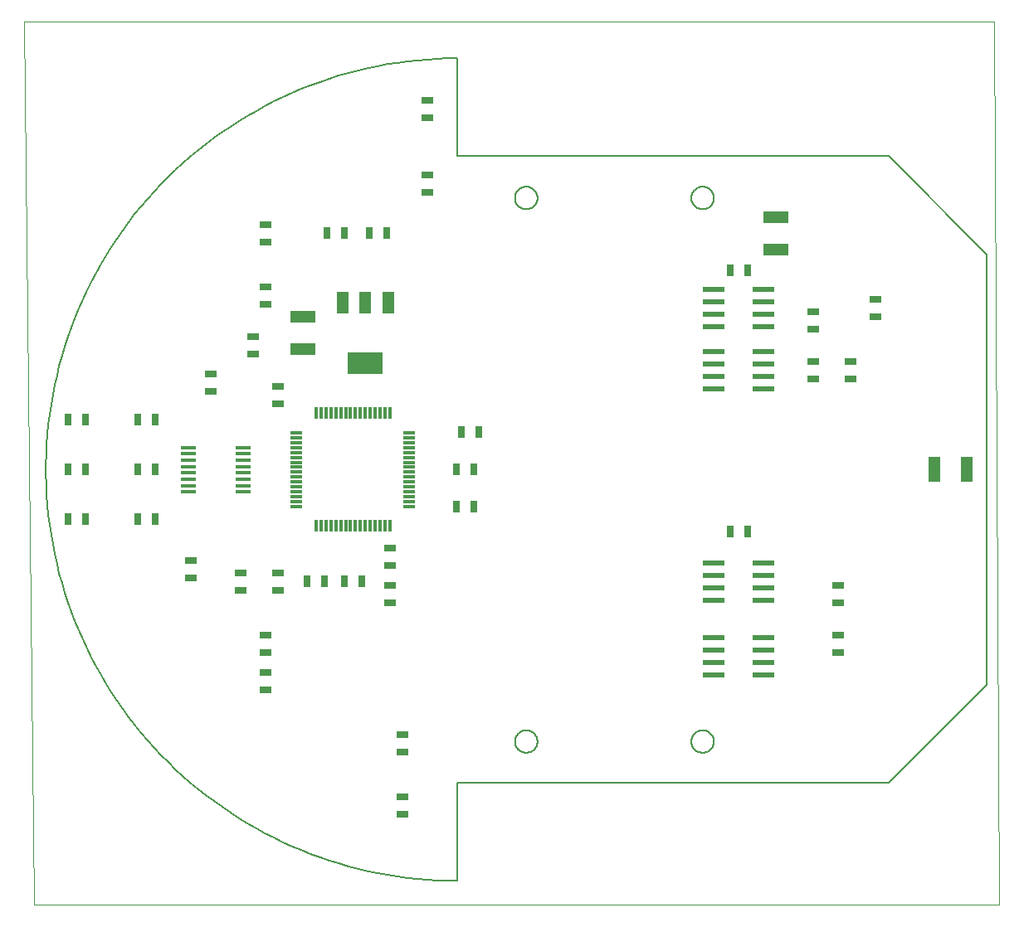
<source format=gtp>
G75*
%MOIN*%
%OFA0B0*%
%FSLAX25Y25*%
%IPPOS*%
%LPD*%
%AMOC8*
5,1,8,0,0,1.08239X$1,22.5*
%
%ADD10C,0.00000*%
%ADD11R,0.04724X0.09843*%
%ADD12R,0.03150X0.04724*%
%ADD13R,0.09843X0.04724*%
%ADD14R,0.04724X0.03150*%
%ADD15R,0.04799X0.08799*%
%ADD16R,0.14173X0.08661*%
%ADD17R,0.05118X0.01181*%
%ADD18R,0.01181X0.05118*%
%ADD19R,0.08700X0.02400*%
%ADD20R,0.06102X0.01181*%
%ADD21C,0.00500*%
D10*
X0831303Y0844303D02*
X0827303Y1199263D01*
X1217003Y1199263D01*
X1219003Y0844303D01*
X0831303Y0844303D01*
D11*
X1192807Y1019303D03*
X1205799Y1019303D03*
D12*
X1117846Y0994303D03*
X1110759Y0994303D03*
X1110759Y1099303D03*
X1117846Y1099303D03*
X1009846Y1034303D03*
X1002759Y1034303D03*
X1000759Y1019303D03*
X1007846Y1019303D03*
X1007846Y1004303D03*
X1000759Y1004303D03*
X0962846Y0974303D03*
X0955759Y0974303D03*
X0947846Y0974303D03*
X0940759Y0974303D03*
X0879846Y0999303D03*
X0872759Y0999303D03*
X0872759Y1019303D03*
X0879846Y1019303D03*
X0879846Y1039303D03*
X0872759Y1039303D03*
X0851846Y1039303D03*
X0844759Y1039303D03*
X0844759Y1019303D03*
X0851846Y1019303D03*
X0851846Y0999303D03*
X0844759Y0999303D03*
X0948759Y1114303D03*
X0955846Y1114303D03*
X0965759Y1114303D03*
X0972846Y1114303D03*
D13*
X0939303Y1080799D03*
X0939303Y1067807D03*
X1129303Y1107807D03*
X1129303Y1120799D03*
D14*
X1144303Y1082846D03*
X1144303Y1075759D03*
X1144303Y1062846D03*
X1144303Y1055759D03*
X1159303Y1055759D03*
X1159303Y1062846D03*
X1169303Y1080759D03*
X1169303Y1087846D03*
X1154303Y0972846D03*
X1154303Y0965759D03*
X1154303Y0952846D03*
X1154303Y0945759D03*
X0989303Y1130759D03*
X0989303Y1137846D03*
X0989303Y1160759D03*
X0989303Y1167846D03*
X0924303Y1117846D03*
X0924303Y1110759D03*
X0924303Y1092846D03*
X0924303Y1085759D03*
X0919303Y1072846D03*
X0919303Y1065759D03*
X0929303Y1052846D03*
X0929303Y1045759D03*
X0902303Y1050759D03*
X0902303Y1057846D03*
X0894303Y0982846D03*
X0894303Y0975759D03*
X0914303Y0977846D03*
X0914303Y0970759D03*
X0924303Y0952846D03*
X0924303Y0945759D03*
X0924303Y0937846D03*
X0924303Y0930759D03*
X0929303Y0970759D03*
X0929303Y0977846D03*
X0974303Y0980759D03*
X0974303Y0987846D03*
X0974303Y0972846D03*
X0974303Y0965759D03*
X0979303Y0912846D03*
X0979303Y0905759D03*
X0979303Y0887846D03*
X0979303Y0880759D03*
D15*
X0973401Y1086503D03*
X0964303Y1086503D03*
X0955204Y1086503D03*
D16*
X0964303Y1062102D03*
D17*
X0981940Y1034066D03*
X0981940Y1032098D03*
X0981940Y1030129D03*
X0981940Y1028161D03*
X0981940Y1026192D03*
X0981940Y1024224D03*
X0981940Y1022255D03*
X0981940Y1020287D03*
X0981940Y1018318D03*
X0981940Y1016350D03*
X0981940Y1014381D03*
X0981940Y1012413D03*
X0981940Y1010444D03*
X0981940Y1008476D03*
X0981940Y1006507D03*
X0981940Y1004539D03*
X0936665Y1004539D03*
X0936665Y1006507D03*
X0936665Y1008476D03*
X0936665Y1010444D03*
X0936665Y1012413D03*
X0936665Y1014381D03*
X0936665Y1016350D03*
X0936665Y1018318D03*
X0936665Y1020287D03*
X0936665Y1022255D03*
X0936665Y1024224D03*
X0936665Y1026192D03*
X0936665Y1028161D03*
X0936665Y1030129D03*
X0936665Y1032098D03*
X0936665Y1034066D03*
D18*
X0944539Y1041940D03*
X0946507Y1041940D03*
X0948476Y1041940D03*
X0950444Y1041940D03*
X0952413Y1041940D03*
X0954381Y1041940D03*
X0956350Y1041940D03*
X0958318Y1041940D03*
X0960287Y1041940D03*
X0962255Y1041940D03*
X0964224Y1041940D03*
X0966192Y1041940D03*
X0968161Y1041940D03*
X0970129Y1041940D03*
X0972098Y1041940D03*
X0974066Y1041940D03*
X0974066Y0996665D03*
X0972098Y0996665D03*
X0970129Y0996665D03*
X0968161Y0996665D03*
X0966192Y0996665D03*
X0964224Y0996665D03*
X0962255Y0996665D03*
X0960287Y0996665D03*
X0958318Y0996665D03*
X0956350Y0996665D03*
X0954381Y0996665D03*
X0952413Y0996665D03*
X0950444Y0996665D03*
X0948476Y0996665D03*
X0946507Y0996665D03*
X0944539Y0996665D03*
D19*
X1104303Y0981803D03*
X1104303Y0976803D03*
X1104303Y0971803D03*
X1104303Y0966803D03*
X1104303Y0951803D03*
X1104303Y0946803D03*
X1104303Y0941803D03*
X1104303Y0936803D03*
X1124303Y0936803D03*
X1124303Y0941803D03*
X1124303Y0946803D03*
X1124303Y0951803D03*
X1124303Y0966803D03*
X1124303Y0971803D03*
X1124303Y0976803D03*
X1124303Y0981803D03*
X1124303Y1051803D03*
X1124303Y1056803D03*
X1124303Y1061803D03*
X1124303Y1066803D03*
X1124303Y1076803D03*
X1124303Y1081803D03*
X1124303Y1086803D03*
X1124303Y1091803D03*
X1104303Y1091803D03*
X1104303Y1086803D03*
X1104303Y1081803D03*
X1104303Y1076803D03*
X1104303Y1066803D03*
X1104303Y1061803D03*
X1104303Y1056803D03*
X1104303Y1051803D03*
D20*
X0915326Y1028259D03*
X0915326Y1025700D03*
X0915326Y1023141D03*
X0915326Y1020582D03*
X0915326Y1018023D03*
X0915326Y1015464D03*
X0915326Y1012905D03*
X0915326Y1010346D03*
X0893279Y1010346D03*
X0893279Y1012905D03*
X0893279Y1015464D03*
X0893279Y1018023D03*
X0893279Y1020582D03*
X0893279Y1023141D03*
X0893279Y1025700D03*
X0893279Y1028259D03*
D21*
X1001310Y1184657D02*
X0997283Y1184608D01*
X0993259Y1184461D01*
X0989240Y1184216D01*
X0985228Y1183873D01*
X0981225Y1183433D01*
X0977234Y1182895D01*
X0973258Y1182260D01*
X0969298Y1181529D01*
X0965357Y1180701D01*
X0961438Y1179778D01*
X0957542Y1178759D01*
X0953672Y1177646D01*
X0949830Y1176439D01*
X0946019Y1175139D01*
X0942240Y1173746D01*
X0938497Y1172262D01*
X0934791Y1170687D01*
X0931124Y1169022D01*
X0927499Y1167269D01*
X0923918Y1165428D01*
X0920383Y1163500D01*
X0916895Y1161486D01*
X0913458Y1159389D01*
X0910073Y1157208D01*
X0906742Y1154945D01*
X0903467Y1152602D01*
X0900250Y1150180D01*
X0897093Y1147680D01*
X0893998Y1145105D01*
X0890966Y1142454D01*
X0888000Y1139731D01*
X0885101Y1136936D01*
X0882271Y1134071D01*
X0879512Y1131138D01*
X0876824Y1128139D01*
X0874211Y1125075D01*
X0871673Y1121949D01*
X0869212Y1118762D01*
X0866829Y1115516D01*
X0864526Y1112212D01*
X0862304Y1108854D01*
X0860165Y1105443D01*
X0858109Y1101980D01*
X0856138Y1098468D01*
X0854254Y1094910D01*
X0852456Y1091306D01*
X0850747Y1087660D01*
X0849127Y1083974D01*
X0847597Y1080249D01*
X0846159Y1076488D01*
X0844812Y1072693D01*
X0843559Y1068866D01*
X0842399Y1065010D01*
X0841333Y1061127D01*
X0840362Y1057219D01*
X0839486Y1053288D01*
X0838707Y1049337D01*
X0838023Y1045369D01*
X0837437Y1041385D01*
X0836948Y1037388D01*
X0836556Y1033380D01*
X0836262Y1029364D01*
X0836066Y1025342D01*
X0835968Y1021316D01*
X0835968Y1017290D01*
X0836066Y1013264D01*
X0836262Y1009242D01*
X0836556Y1005226D01*
X0836948Y1001218D01*
X0837437Y0997221D01*
X0838023Y0993237D01*
X0838707Y0989269D01*
X0839486Y0985318D01*
X0840362Y0981387D01*
X0841333Y0977479D01*
X0842399Y0973596D01*
X0843559Y0969740D01*
X0844812Y0965913D01*
X0846159Y0962118D01*
X0847597Y0958357D01*
X0849127Y0954632D01*
X0850747Y0950946D01*
X0852456Y0947300D01*
X0854254Y0943696D01*
X0856138Y0940138D01*
X0858109Y0936626D01*
X0860165Y0933163D01*
X0862304Y0929752D01*
X0864526Y0926394D01*
X0866829Y0923090D01*
X0869212Y0919844D01*
X0871673Y0916657D01*
X0874211Y0913531D01*
X0876824Y0910467D01*
X0879512Y0907468D01*
X0882271Y0904535D01*
X0885101Y0901670D01*
X0888000Y0898875D01*
X0890966Y0896152D01*
X0893998Y0893501D01*
X0897093Y0890926D01*
X0900250Y0888426D01*
X0903467Y0886004D01*
X0906742Y0883661D01*
X0910073Y0881398D01*
X0913458Y0879217D01*
X0916895Y0877120D01*
X0920383Y0875106D01*
X0923918Y0873178D01*
X0927499Y0871337D01*
X0931124Y0869584D01*
X0934791Y0867919D01*
X0938497Y0866344D01*
X0942240Y0864860D01*
X0946019Y0863467D01*
X0949830Y0862167D01*
X0953672Y0860960D01*
X0957542Y0859847D01*
X0961438Y0858828D01*
X0965357Y0857905D01*
X0969298Y0857077D01*
X0973258Y0856346D01*
X0977234Y0855711D01*
X0981225Y0855173D01*
X0985228Y0854733D01*
X0989240Y0854390D01*
X0993259Y0854145D01*
X0997283Y0853998D01*
X1001310Y0853949D01*
X1001310Y0853948D02*
X1001310Y0893318D01*
X1174539Y0893318D01*
X1213909Y0932688D01*
X1213909Y1105917D01*
X1174539Y1145287D01*
X1001310Y1145287D01*
X1001310Y1184657D01*
X1024342Y1128555D02*
X1024344Y1128689D01*
X1024350Y1128823D01*
X1024360Y1128957D01*
X1024374Y1129091D01*
X1024392Y1129224D01*
X1024413Y1129356D01*
X1024439Y1129488D01*
X1024469Y1129619D01*
X1024502Y1129749D01*
X1024539Y1129877D01*
X1024581Y1130005D01*
X1024625Y1130132D01*
X1024674Y1130257D01*
X1024726Y1130380D01*
X1024782Y1130502D01*
X1024842Y1130623D01*
X1024905Y1130741D01*
X1024971Y1130858D01*
X1025041Y1130972D01*
X1025114Y1131085D01*
X1025191Y1131195D01*
X1025271Y1131303D01*
X1025354Y1131408D01*
X1025440Y1131511D01*
X1025529Y1131611D01*
X1025621Y1131709D01*
X1025716Y1131804D01*
X1025814Y1131896D01*
X1025914Y1131985D01*
X1026017Y1132071D01*
X1026122Y1132154D01*
X1026230Y1132234D01*
X1026340Y1132311D01*
X1026453Y1132384D01*
X1026567Y1132454D01*
X1026684Y1132520D01*
X1026802Y1132583D01*
X1026923Y1132643D01*
X1027045Y1132699D01*
X1027168Y1132751D01*
X1027293Y1132800D01*
X1027420Y1132844D01*
X1027548Y1132886D01*
X1027676Y1132923D01*
X1027806Y1132956D01*
X1027937Y1132986D01*
X1028069Y1133012D01*
X1028201Y1133033D01*
X1028334Y1133051D01*
X1028468Y1133065D01*
X1028602Y1133075D01*
X1028736Y1133081D01*
X1028870Y1133083D01*
X1029004Y1133081D01*
X1029138Y1133075D01*
X1029272Y1133065D01*
X1029406Y1133051D01*
X1029539Y1133033D01*
X1029671Y1133012D01*
X1029803Y1132986D01*
X1029934Y1132956D01*
X1030064Y1132923D01*
X1030192Y1132886D01*
X1030320Y1132844D01*
X1030447Y1132800D01*
X1030572Y1132751D01*
X1030695Y1132699D01*
X1030817Y1132643D01*
X1030938Y1132583D01*
X1031056Y1132520D01*
X1031173Y1132454D01*
X1031287Y1132384D01*
X1031400Y1132311D01*
X1031510Y1132234D01*
X1031618Y1132154D01*
X1031723Y1132071D01*
X1031826Y1131985D01*
X1031926Y1131896D01*
X1032024Y1131804D01*
X1032119Y1131709D01*
X1032211Y1131611D01*
X1032300Y1131511D01*
X1032386Y1131408D01*
X1032469Y1131303D01*
X1032549Y1131195D01*
X1032626Y1131085D01*
X1032699Y1130972D01*
X1032769Y1130858D01*
X1032835Y1130741D01*
X1032898Y1130623D01*
X1032958Y1130502D01*
X1033014Y1130380D01*
X1033066Y1130257D01*
X1033115Y1130132D01*
X1033159Y1130005D01*
X1033201Y1129877D01*
X1033238Y1129749D01*
X1033271Y1129619D01*
X1033301Y1129488D01*
X1033327Y1129356D01*
X1033348Y1129224D01*
X1033366Y1129091D01*
X1033380Y1128957D01*
X1033390Y1128823D01*
X1033396Y1128689D01*
X1033398Y1128555D01*
X1033396Y1128421D01*
X1033390Y1128287D01*
X1033380Y1128153D01*
X1033366Y1128019D01*
X1033348Y1127886D01*
X1033327Y1127754D01*
X1033301Y1127622D01*
X1033271Y1127491D01*
X1033238Y1127361D01*
X1033201Y1127233D01*
X1033159Y1127105D01*
X1033115Y1126978D01*
X1033066Y1126853D01*
X1033014Y1126730D01*
X1032958Y1126608D01*
X1032898Y1126487D01*
X1032835Y1126369D01*
X1032769Y1126252D01*
X1032699Y1126138D01*
X1032626Y1126025D01*
X1032549Y1125915D01*
X1032469Y1125807D01*
X1032386Y1125702D01*
X1032300Y1125599D01*
X1032211Y1125499D01*
X1032119Y1125401D01*
X1032024Y1125306D01*
X1031926Y1125214D01*
X1031826Y1125125D01*
X1031723Y1125039D01*
X1031618Y1124956D01*
X1031510Y1124876D01*
X1031400Y1124799D01*
X1031287Y1124726D01*
X1031173Y1124656D01*
X1031056Y1124590D01*
X1030938Y1124527D01*
X1030817Y1124467D01*
X1030695Y1124411D01*
X1030572Y1124359D01*
X1030447Y1124310D01*
X1030320Y1124266D01*
X1030192Y1124224D01*
X1030064Y1124187D01*
X1029934Y1124154D01*
X1029803Y1124124D01*
X1029671Y1124098D01*
X1029539Y1124077D01*
X1029406Y1124059D01*
X1029272Y1124045D01*
X1029138Y1124035D01*
X1029004Y1124029D01*
X1028870Y1124027D01*
X1028736Y1124029D01*
X1028602Y1124035D01*
X1028468Y1124045D01*
X1028334Y1124059D01*
X1028201Y1124077D01*
X1028069Y1124098D01*
X1027937Y1124124D01*
X1027806Y1124154D01*
X1027676Y1124187D01*
X1027548Y1124224D01*
X1027420Y1124266D01*
X1027293Y1124310D01*
X1027168Y1124359D01*
X1027045Y1124411D01*
X1026923Y1124467D01*
X1026802Y1124527D01*
X1026684Y1124590D01*
X1026567Y1124656D01*
X1026453Y1124726D01*
X1026340Y1124799D01*
X1026230Y1124876D01*
X1026122Y1124956D01*
X1026017Y1125039D01*
X1025914Y1125125D01*
X1025814Y1125214D01*
X1025716Y1125306D01*
X1025621Y1125401D01*
X1025529Y1125499D01*
X1025440Y1125599D01*
X1025354Y1125702D01*
X1025271Y1125807D01*
X1025191Y1125915D01*
X1025114Y1126025D01*
X1025041Y1126138D01*
X1024971Y1126252D01*
X1024905Y1126369D01*
X1024842Y1126487D01*
X1024782Y1126608D01*
X1024726Y1126730D01*
X1024674Y1126853D01*
X1024625Y1126978D01*
X1024581Y1127105D01*
X1024539Y1127233D01*
X1024502Y1127361D01*
X1024469Y1127491D01*
X1024439Y1127622D01*
X1024413Y1127754D01*
X1024392Y1127886D01*
X1024374Y1128019D01*
X1024360Y1128153D01*
X1024350Y1128287D01*
X1024344Y1128421D01*
X1024342Y1128555D01*
X1095208Y1128555D02*
X1095210Y1128689D01*
X1095216Y1128823D01*
X1095226Y1128957D01*
X1095240Y1129091D01*
X1095258Y1129224D01*
X1095279Y1129356D01*
X1095305Y1129488D01*
X1095335Y1129619D01*
X1095368Y1129749D01*
X1095405Y1129877D01*
X1095447Y1130005D01*
X1095491Y1130132D01*
X1095540Y1130257D01*
X1095592Y1130380D01*
X1095648Y1130502D01*
X1095708Y1130623D01*
X1095771Y1130741D01*
X1095837Y1130858D01*
X1095907Y1130972D01*
X1095980Y1131085D01*
X1096057Y1131195D01*
X1096137Y1131303D01*
X1096220Y1131408D01*
X1096306Y1131511D01*
X1096395Y1131611D01*
X1096487Y1131709D01*
X1096582Y1131804D01*
X1096680Y1131896D01*
X1096780Y1131985D01*
X1096883Y1132071D01*
X1096988Y1132154D01*
X1097096Y1132234D01*
X1097206Y1132311D01*
X1097319Y1132384D01*
X1097433Y1132454D01*
X1097550Y1132520D01*
X1097668Y1132583D01*
X1097789Y1132643D01*
X1097911Y1132699D01*
X1098034Y1132751D01*
X1098159Y1132800D01*
X1098286Y1132844D01*
X1098414Y1132886D01*
X1098542Y1132923D01*
X1098672Y1132956D01*
X1098803Y1132986D01*
X1098935Y1133012D01*
X1099067Y1133033D01*
X1099200Y1133051D01*
X1099334Y1133065D01*
X1099468Y1133075D01*
X1099602Y1133081D01*
X1099736Y1133083D01*
X1099870Y1133081D01*
X1100004Y1133075D01*
X1100138Y1133065D01*
X1100272Y1133051D01*
X1100405Y1133033D01*
X1100537Y1133012D01*
X1100669Y1132986D01*
X1100800Y1132956D01*
X1100930Y1132923D01*
X1101058Y1132886D01*
X1101186Y1132844D01*
X1101313Y1132800D01*
X1101438Y1132751D01*
X1101561Y1132699D01*
X1101683Y1132643D01*
X1101804Y1132583D01*
X1101922Y1132520D01*
X1102039Y1132454D01*
X1102153Y1132384D01*
X1102266Y1132311D01*
X1102376Y1132234D01*
X1102484Y1132154D01*
X1102589Y1132071D01*
X1102692Y1131985D01*
X1102792Y1131896D01*
X1102890Y1131804D01*
X1102985Y1131709D01*
X1103077Y1131611D01*
X1103166Y1131511D01*
X1103252Y1131408D01*
X1103335Y1131303D01*
X1103415Y1131195D01*
X1103492Y1131085D01*
X1103565Y1130972D01*
X1103635Y1130858D01*
X1103701Y1130741D01*
X1103764Y1130623D01*
X1103824Y1130502D01*
X1103880Y1130380D01*
X1103932Y1130257D01*
X1103981Y1130132D01*
X1104025Y1130005D01*
X1104067Y1129877D01*
X1104104Y1129749D01*
X1104137Y1129619D01*
X1104167Y1129488D01*
X1104193Y1129356D01*
X1104214Y1129224D01*
X1104232Y1129091D01*
X1104246Y1128957D01*
X1104256Y1128823D01*
X1104262Y1128689D01*
X1104264Y1128555D01*
X1104262Y1128421D01*
X1104256Y1128287D01*
X1104246Y1128153D01*
X1104232Y1128019D01*
X1104214Y1127886D01*
X1104193Y1127754D01*
X1104167Y1127622D01*
X1104137Y1127491D01*
X1104104Y1127361D01*
X1104067Y1127233D01*
X1104025Y1127105D01*
X1103981Y1126978D01*
X1103932Y1126853D01*
X1103880Y1126730D01*
X1103824Y1126608D01*
X1103764Y1126487D01*
X1103701Y1126369D01*
X1103635Y1126252D01*
X1103565Y1126138D01*
X1103492Y1126025D01*
X1103415Y1125915D01*
X1103335Y1125807D01*
X1103252Y1125702D01*
X1103166Y1125599D01*
X1103077Y1125499D01*
X1102985Y1125401D01*
X1102890Y1125306D01*
X1102792Y1125214D01*
X1102692Y1125125D01*
X1102589Y1125039D01*
X1102484Y1124956D01*
X1102376Y1124876D01*
X1102266Y1124799D01*
X1102153Y1124726D01*
X1102039Y1124656D01*
X1101922Y1124590D01*
X1101804Y1124527D01*
X1101683Y1124467D01*
X1101561Y1124411D01*
X1101438Y1124359D01*
X1101313Y1124310D01*
X1101186Y1124266D01*
X1101058Y1124224D01*
X1100930Y1124187D01*
X1100800Y1124154D01*
X1100669Y1124124D01*
X1100537Y1124098D01*
X1100405Y1124077D01*
X1100272Y1124059D01*
X1100138Y1124045D01*
X1100004Y1124035D01*
X1099870Y1124029D01*
X1099736Y1124027D01*
X1099602Y1124029D01*
X1099468Y1124035D01*
X1099334Y1124045D01*
X1099200Y1124059D01*
X1099067Y1124077D01*
X1098935Y1124098D01*
X1098803Y1124124D01*
X1098672Y1124154D01*
X1098542Y1124187D01*
X1098414Y1124224D01*
X1098286Y1124266D01*
X1098159Y1124310D01*
X1098034Y1124359D01*
X1097911Y1124411D01*
X1097789Y1124467D01*
X1097668Y1124527D01*
X1097550Y1124590D01*
X1097433Y1124656D01*
X1097319Y1124726D01*
X1097206Y1124799D01*
X1097096Y1124876D01*
X1096988Y1124956D01*
X1096883Y1125039D01*
X1096780Y1125125D01*
X1096680Y1125214D01*
X1096582Y1125306D01*
X1096487Y1125401D01*
X1096395Y1125499D01*
X1096306Y1125599D01*
X1096220Y1125702D01*
X1096137Y1125807D01*
X1096057Y1125915D01*
X1095980Y1126025D01*
X1095907Y1126138D01*
X1095837Y1126252D01*
X1095771Y1126369D01*
X1095708Y1126487D01*
X1095648Y1126608D01*
X1095592Y1126730D01*
X1095540Y1126853D01*
X1095491Y1126978D01*
X1095447Y1127105D01*
X1095405Y1127233D01*
X1095368Y1127361D01*
X1095335Y1127491D01*
X1095305Y1127622D01*
X1095279Y1127754D01*
X1095258Y1127886D01*
X1095240Y1128019D01*
X1095226Y1128153D01*
X1095216Y1128287D01*
X1095210Y1128421D01*
X1095208Y1128555D01*
X1095208Y0910051D02*
X1095210Y0910185D01*
X1095216Y0910319D01*
X1095226Y0910453D01*
X1095240Y0910587D01*
X1095258Y0910720D01*
X1095279Y0910852D01*
X1095305Y0910984D01*
X1095335Y0911115D01*
X1095368Y0911245D01*
X1095405Y0911373D01*
X1095447Y0911501D01*
X1095491Y0911628D01*
X1095540Y0911753D01*
X1095592Y0911876D01*
X1095648Y0911998D01*
X1095708Y0912119D01*
X1095771Y0912237D01*
X1095837Y0912354D01*
X1095907Y0912468D01*
X1095980Y0912581D01*
X1096057Y0912691D01*
X1096137Y0912799D01*
X1096220Y0912904D01*
X1096306Y0913007D01*
X1096395Y0913107D01*
X1096487Y0913205D01*
X1096582Y0913300D01*
X1096680Y0913392D01*
X1096780Y0913481D01*
X1096883Y0913567D01*
X1096988Y0913650D01*
X1097096Y0913730D01*
X1097206Y0913807D01*
X1097319Y0913880D01*
X1097433Y0913950D01*
X1097550Y0914016D01*
X1097668Y0914079D01*
X1097789Y0914139D01*
X1097911Y0914195D01*
X1098034Y0914247D01*
X1098159Y0914296D01*
X1098286Y0914340D01*
X1098414Y0914382D01*
X1098542Y0914419D01*
X1098672Y0914452D01*
X1098803Y0914482D01*
X1098935Y0914508D01*
X1099067Y0914529D01*
X1099200Y0914547D01*
X1099334Y0914561D01*
X1099468Y0914571D01*
X1099602Y0914577D01*
X1099736Y0914579D01*
X1099870Y0914577D01*
X1100004Y0914571D01*
X1100138Y0914561D01*
X1100272Y0914547D01*
X1100405Y0914529D01*
X1100537Y0914508D01*
X1100669Y0914482D01*
X1100800Y0914452D01*
X1100930Y0914419D01*
X1101058Y0914382D01*
X1101186Y0914340D01*
X1101313Y0914296D01*
X1101438Y0914247D01*
X1101561Y0914195D01*
X1101683Y0914139D01*
X1101804Y0914079D01*
X1101922Y0914016D01*
X1102039Y0913950D01*
X1102153Y0913880D01*
X1102266Y0913807D01*
X1102376Y0913730D01*
X1102484Y0913650D01*
X1102589Y0913567D01*
X1102692Y0913481D01*
X1102792Y0913392D01*
X1102890Y0913300D01*
X1102985Y0913205D01*
X1103077Y0913107D01*
X1103166Y0913007D01*
X1103252Y0912904D01*
X1103335Y0912799D01*
X1103415Y0912691D01*
X1103492Y0912581D01*
X1103565Y0912468D01*
X1103635Y0912354D01*
X1103701Y0912237D01*
X1103764Y0912119D01*
X1103824Y0911998D01*
X1103880Y0911876D01*
X1103932Y0911753D01*
X1103981Y0911628D01*
X1104025Y0911501D01*
X1104067Y0911373D01*
X1104104Y0911245D01*
X1104137Y0911115D01*
X1104167Y0910984D01*
X1104193Y0910852D01*
X1104214Y0910720D01*
X1104232Y0910587D01*
X1104246Y0910453D01*
X1104256Y0910319D01*
X1104262Y0910185D01*
X1104264Y0910051D01*
X1104262Y0909917D01*
X1104256Y0909783D01*
X1104246Y0909649D01*
X1104232Y0909515D01*
X1104214Y0909382D01*
X1104193Y0909250D01*
X1104167Y0909118D01*
X1104137Y0908987D01*
X1104104Y0908857D01*
X1104067Y0908729D01*
X1104025Y0908601D01*
X1103981Y0908474D01*
X1103932Y0908349D01*
X1103880Y0908226D01*
X1103824Y0908104D01*
X1103764Y0907983D01*
X1103701Y0907865D01*
X1103635Y0907748D01*
X1103565Y0907634D01*
X1103492Y0907521D01*
X1103415Y0907411D01*
X1103335Y0907303D01*
X1103252Y0907198D01*
X1103166Y0907095D01*
X1103077Y0906995D01*
X1102985Y0906897D01*
X1102890Y0906802D01*
X1102792Y0906710D01*
X1102692Y0906621D01*
X1102589Y0906535D01*
X1102484Y0906452D01*
X1102376Y0906372D01*
X1102266Y0906295D01*
X1102153Y0906222D01*
X1102039Y0906152D01*
X1101922Y0906086D01*
X1101804Y0906023D01*
X1101683Y0905963D01*
X1101561Y0905907D01*
X1101438Y0905855D01*
X1101313Y0905806D01*
X1101186Y0905762D01*
X1101058Y0905720D01*
X1100930Y0905683D01*
X1100800Y0905650D01*
X1100669Y0905620D01*
X1100537Y0905594D01*
X1100405Y0905573D01*
X1100272Y0905555D01*
X1100138Y0905541D01*
X1100004Y0905531D01*
X1099870Y0905525D01*
X1099736Y0905523D01*
X1099602Y0905525D01*
X1099468Y0905531D01*
X1099334Y0905541D01*
X1099200Y0905555D01*
X1099067Y0905573D01*
X1098935Y0905594D01*
X1098803Y0905620D01*
X1098672Y0905650D01*
X1098542Y0905683D01*
X1098414Y0905720D01*
X1098286Y0905762D01*
X1098159Y0905806D01*
X1098034Y0905855D01*
X1097911Y0905907D01*
X1097789Y0905963D01*
X1097668Y0906023D01*
X1097550Y0906086D01*
X1097433Y0906152D01*
X1097319Y0906222D01*
X1097206Y0906295D01*
X1097096Y0906372D01*
X1096988Y0906452D01*
X1096883Y0906535D01*
X1096780Y0906621D01*
X1096680Y0906710D01*
X1096582Y0906802D01*
X1096487Y0906897D01*
X1096395Y0906995D01*
X1096306Y0907095D01*
X1096220Y0907198D01*
X1096137Y0907303D01*
X1096057Y0907411D01*
X1095980Y0907521D01*
X1095907Y0907634D01*
X1095837Y0907748D01*
X1095771Y0907865D01*
X1095708Y0907983D01*
X1095648Y0908104D01*
X1095592Y0908226D01*
X1095540Y0908349D01*
X1095491Y0908474D01*
X1095447Y0908601D01*
X1095405Y0908729D01*
X1095368Y0908857D01*
X1095335Y0908987D01*
X1095305Y0909118D01*
X1095279Y0909250D01*
X1095258Y0909382D01*
X1095240Y0909515D01*
X1095226Y0909649D01*
X1095216Y0909783D01*
X1095210Y0909917D01*
X1095208Y0910051D01*
X1024342Y0910051D02*
X1024344Y0910185D01*
X1024350Y0910319D01*
X1024360Y0910453D01*
X1024374Y0910587D01*
X1024392Y0910720D01*
X1024413Y0910852D01*
X1024439Y0910984D01*
X1024469Y0911115D01*
X1024502Y0911245D01*
X1024539Y0911373D01*
X1024581Y0911501D01*
X1024625Y0911628D01*
X1024674Y0911753D01*
X1024726Y0911876D01*
X1024782Y0911998D01*
X1024842Y0912119D01*
X1024905Y0912237D01*
X1024971Y0912354D01*
X1025041Y0912468D01*
X1025114Y0912581D01*
X1025191Y0912691D01*
X1025271Y0912799D01*
X1025354Y0912904D01*
X1025440Y0913007D01*
X1025529Y0913107D01*
X1025621Y0913205D01*
X1025716Y0913300D01*
X1025814Y0913392D01*
X1025914Y0913481D01*
X1026017Y0913567D01*
X1026122Y0913650D01*
X1026230Y0913730D01*
X1026340Y0913807D01*
X1026453Y0913880D01*
X1026567Y0913950D01*
X1026684Y0914016D01*
X1026802Y0914079D01*
X1026923Y0914139D01*
X1027045Y0914195D01*
X1027168Y0914247D01*
X1027293Y0914296D01*
X1027420Y0914340D01*
X1027548Y0914382D01*
X1027676Y0914419D01*
X1027806Y0914452D01*
X1027937Y0914482D01*
X1028069Y0914508D01*
X1028201Y0914529D01*
X1028334Y0914547D01*
X1028468Y0914561D01*
X1028602Y0914571D01*
X1028736Y0914577D01*
X1028870Y0914579D01*
X1029004Y0914577D01*
X1029138Y0914571D01*
X1029272Y0914561D01*
X1029406Y0914547D01*
X1029539Y0914529D01*
X1029671Y0914508D01*
X1029803Y0914482D01*
X1029934Y0914452D01*
X1030064Y0914419D01*
X1030192Y0914382D01*
X1030320Y0914340D01*
X1030447Y0914296D01*
X1030572Y0914247D01*
X1030695Y0914195D01*
X1030817Y0914139D01*
X1030938Y0914079D01*
X1031056Y0914016D01*
X1031173Y0913950D01*
X1031287Y0913880D01*
X1031400Y0913807D01*
X1031510Y0913730D01*
X1031618Y0913650D01*
X1031723Y0913567D01*
X1031826Y0913481D01*
X1031926Y0913392D01*
X1032024Y0913300D01*
X1032119Y0913205D01*
X1032211Y0913107D01*
X1032300Y0913007D01*
X1032386Y0912904D01*
X1032469Y0912799D01*
X1032549Y0912691D01*
X1032626Y0912581D01*
X1032699Y0912468D01*
X1032769Y0912354D01*
X1032835Y0912237D01*
X1032898Y0912119D01*
X1032958Y0911998D01*
X1033014Y0911876D01*
X1033066Y0911753D01*
X1033115Y0911628D01*
X1033159Y0911501D01*
X1033201Y0911373D01*
X1033238Y0911245D01*
X1033271Y0911115D01*
X1033301Y0910984D01*
X1033327Y0910852D01*
X1033348Y0910720D01*
X1033366Y0910587D01*
X1033380Y0910453D01*
X1033390Y0910319D01*
X1033396Y0910185D01*
X1033398Y0910051D01*
X1033396Y0909917D01*
X1033390Y0909783D01*
X1033380Y0909649D01*
X1033366Y0909515D01*
X1033348Y0909382D01*
X1033327Y0909250D01*
X1033301Y0909118D01*
X1033271Y0908987D01*
X1033238Y0908857D01*
X1033201Y0908729D01*
X1033159Y0908601D01*
X1033115Y0908474D01*
X1033066Y0908349D01*
X1033014Y0908226D01*
X1032958Y0908104D01*
X1032898Y0907983D01*
X1032835Y0907865D01*
X1032769Y0907748D01*
X1032699Y0907634D01*
X1032626Y0907521D01*
X1032549Y0907411D01*
X1032469Y0907303D01*
X1032386Y0907198D01*
X1032300Y0907095D01*
X1032211Y0906995D01*
X1032119Y0906897D01*
X1032024Y0906802D01*
X1031926Y0906710D01*
X1031826Y0906621D01*
X1031723Y0906535D01*
X1031618Y0906452D01*
X1031510Y0906372D01*
X1031400Y0906295D01*
X1031287Y0906222D01*
X1031173Y0906152D01*
X1031056Y0906086D01*
X1030938Y0906023D01*
X1030817Y0905963D01*
X1030695Y0905907D01*
X1030572Y0905855D01*
X1030447Y0905806D01*
X1030320Y0905762D01*
X1030192Y0905720D01*
X1030064Y0905683D01*
X1029934Y0905650D01*
X1029803Y0905620D01*
X1029671Y0905594D01*
X1029539Y0905573D01*
X1029406Y0905555D01*
X1029272Y0905541D01*
X1029138Y0905531D01*
X1029004Y0905525D01*
X1028870Y0905523D01*
X1028736Y0905525D01*
X1028602Y0905531D01*
X1028468Y0905541D01*
X1028334Y0905555D01*
X1028201Y0905573D01*
X1028069Y0905594D01*
X1027937Y0905620D01*
X1027806Y0905650D01*
X1027676Y0905683D01*
X1027548Y0905720D01*
X1027420Y0905762D01*
X1027293Y0905806D01*
X1027168Y0905855D01*
X1027045Y0905907D01*
X1026923Y0905963D01*
X1026802Y0906023D01*
X1026684Y0906086D01*
X1026567Y0906152D01*
X1026453Y0906222D01*
X1026340Y0906295D01*
X1026230Y0906372D01*
X1026122Y0906452D01*
X1026017Y0906535D01*
X1025914Y0906621D01*
X1025814Y0906710D01*
X1025716Y0906802D01*
X1025621Y0906897D01*
X1025529Y0906995D01*
X1025440Y0907095D01*
X1025354Y0907198D01*
X1025271Y0907303D01*
X1025191Y0907411D01*
X1025114Y0907521D01*
X1025041Y0907634D01*
X1024971Y0907748D01*
X1024905Y0907865D01*
X1024842Y0907983D01*
X1024782Y0908104D01*
X1024726Y0908226D01*
X1024674Y0908349D01*
X1024625Y0908474D01*
X1024581Y0908601D01*
X1024539Y0908729D01*
X1024502Y0908857D01*
X1024469Y0908987D01*
X1024439Y0909118D01*
X1024413Y0909250D01*
X1024392Y0909382D01*
X1024374Y0909515D01*
X1024360Y0909649D01*
X1024350Y0909783D01*
X1024344Y0909917D01*
X1024342Y0910051D01*
M02*

</source>
